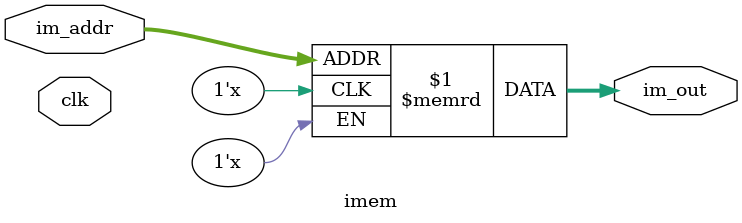
<source format=sv>
module imem(
    input clk,
    input logic [9:0] im_addr,
    output logic [8:0] im_out
);

    logic [8:0] store [1024];
    assign im_out = store[im_addr];

    initial begin
        `ifdef LOAD_P1
            $readmemb("p1.mach.txt", store);
        `elsif LOAD_P2
            $readmemb("p2.mach.txt", store);
        `elsif LOAD_P3
            $readmemb("p3.mach.txt", store);
        `endif
    end

endmodule
</source>
